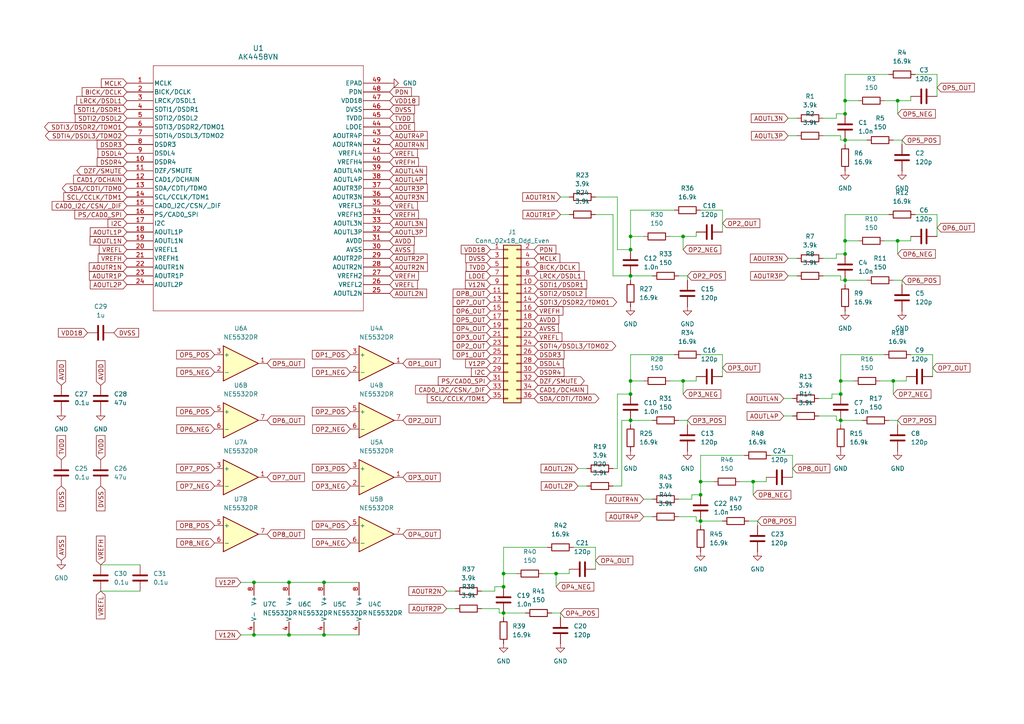
<source format=kicad_sch>
(kicad_sch (version 20231120) (generator "eeschema") (generator_version "8.0")
  (paper "A4")
  (junction (at 245.11 40.64))
  (junction (at 161.29 166.37))
  (junction (at 83.82 168.91))
  (junction (at 243.84 114.3))
  (junction (at 218.44 139.7))
  (junction (at 203.2 151.13))
  (junction (at 259.08 110.49))
  (junction (at 88.9 -36.83))
  (junction (at 243.84 121.92))
  (junction (at 93.98 168.91))
  (junction (at 182.88 80.01))
  (junction (at 83.82 184.15))
  (junction (at 146.05 166.37))
  (junction (at 245.11 81.28))
  (junction (at 182.88 72.39))
  (junction (at 260.35 29.21))
  (junction (at 245.11 33.02))
  (junction (at 182.88 121.92))
  (junction (at 146.05 177.8))
  (junction (at 93.98 184.15))
  (junction (at 182.88 114.3))
  (junction (at 203.2 143.51))
  (junction (at 243.84 110.49))
  (junction (at 182.88 68.58))
  (junction (at 182.88 110.49))
  (junction (at 73.66 168.91))
  (junction (at 104.14 -48.26))
  (junction (at 198.12 68.58))
  (junction (at 260.35 69.85))
  (junction (at 203.2 139.7))
  (junction (at 245.11 73.66))
  (junction (at 88.9 -44.45))
  (junction (at 198.12 110.49))
  (junction (at 88.9 -48.26))
  (junction (at 73.66 184.15))
  (junction (at 245.11 29.21))
  (junction (at 146.05 170.18))
  (junction (at 245.11 69.85))
  (wire (pts (xy 73.66 184.15) (xy 83.82 184.15)))
  (wire (pts (xy 243.84 40.64) (xy 245.11 40.64)))
  (wire (pts (xy 69.85 168.91) (xy 73.66 168.91)))
  (wire (pts (xy 182.88 110.49) (xy 186.69 110.49)))
  (wire (pts (xy 167.64 135.89) (xy 170.18 135.89)))
  (wire (pts (xy 144.78 177.8) (xy 146.05 177.8)))
  (wire (pts (xy 241.3 114.3) (xy 243.84 114.3)))
  (wire (pts (xy 201.93 110.49) (xy 201.93 109.22)))
  (wire (pts (xy 194.31 110.49) (xy 198.12 110.49)))
  (wire (pts (xy 186.69 144.78) (xy 189.23 144.78)))
  (wire (pts (xy 143.51 170.18) (xy 146.05 170.18)))
  (wire (pts (xy 242.57 121.92) (xy 243.84 121.92)))
  (wire (pts (xy 139.7 171.45) (xy 143.51 171.45)))
  (wire (pts (xy 88.9 -55.88) (xy 101.6 -55.88)))
  (wire (pts (xy 261.62 81.28) (xy 259.08 81.28)))
  (wire (pts (xy 228.6 74.93) (xy 231.14 74.93)))
  (wire (pts (xy 143.51 171.45) (xy 143.51 170.18)))
  (wire (pts (xy 146.05 166.37) (xy 149.86 166.37)))
  (wire (pts (xy 219.71 152.4) (xy 219.71 151.13)))
  (wire (pts (xy 198.12 110.49) (xy 198.12 114.3)))
  (wire (pts (xy 238.76 39.37) (xy 243.84 39.37)))
  (wire (pts (xy 218.44 139.7) (xy 218.44 143.51)))
  (wire (pts (xy 93.98 168.91) (xy 104.14 168.91)))
  (wire (pts (xy 260.35 29.21) (xy 260.35 33.02)))
  (wire (pts (xy 198.12 68.58) (xy 198.12 72.39)))
  (wire (pts (xy 245.11 40.64) (xy 251.46 40.64)))
  (wire (pts (xy 242.57 34.29) (xy 242.57 33.02)))
  (wire (pts (xy 199.39 81.28) (xy 199.39 80.01)))
  (wire (pts (xy 243.84 110.49) (xy 243.84 102.87)))
  (wire (pts (xy 245.11 29.21) (xy 245.11 21.59)))
  (wire (pts (xy 182.88 68.58) (xy 186.69 68.58)))
  (wire (pts (xy 177.8 80.01) (xy 182.88 80.01)))
  (wire (pts (xy 214.63 139.7) (xy 218.44 139.7)))
  (wire (pts (xy 245.11 81.28) (xy 251.46 81.28)))
  (wire (pts (xy 223.52 132.08) (xy 229.87 132.08)))
  (wire (pts (xy 238.76 74.93) (xy 242.57 74.93)))
  (wire (pts (xy 180.34 140.97) (xy 180.34 121.92)))
  (wire (pts (xy 262.89 110.49) (xy 262.89 109.22)))
  (wire (pts (xy 209.55 60.96) (xy 209.55 67.31)))
  (wire (pts (xy 260.35 69.85) (xy 264.16 69.85)))
  (wire (pts (xy 228.6 34.29) (xy 231.14 34.29)))
  (wire (pts (xy 201.93 151.13) (xy 203.2 151.13)))
  (wire (pts (xy 261.62 82.55) (xy 261.62 81.28)))
  (wire (pts (xy 167.64 140.97) (xy 170.18 140.97)))
  (wire (pts (xy 166.37 158.75) (xy 172.72 158.75)))
  (wire (pts (xy 201.93 68.58) (xy 201.93 67.31)))
  (wire (pts (xy 265.43 21.59) (xy 271.78 21.59)))
  (wire (pts (xy 146.05 177.8) (xy 152.4 177.8)))
  (wire (pts (xy 199.39 123.19) (xy 199.39 121.92)))
  (wire (pts (xy 260.35 69.85) (xy 260.35 73.66)))
  (wire (pts (xy 264.16 102.87) (xy 270.51 102.87)))
  (wire (pts (xy 222.25 139.7) (xy 222.25 138.43)))
  (wire (pts (xy 228.6 39.37) (xy 231.14 39.37)))
  (wire (pts (xy 182.88 110.49) (xy 182.88 102.87)))
  (wire (pts (xy 129.54 171.45) (xy 132.08 171.45)))
  (wire (pts (xy 72.39 -43.18) (xy 74.93 -43.18)))
  (wire (pts (xy 203.2 132.08) (xy 215.9 132.08)))
  (wire (pts (xy 194.31 68.58) (xy 198.12 68.58)))
  (wire (pts (xy 105.41 -35.56) (xy 105.41 -36.83)))
  (wire (pts (xy 144.78 176.53) (xy 144.78 177.8)))
  (wire (pts (xy 179.07 72.39) (xy 182.88 72.39)))
  (wire (pts (xy 182.88 80.01) (xy 189.23 80.01)))
  (wire (pts (xy 105.41 -36.83) (xy 102.87 -36.83)))
  (wire (pts (xy 29.21 171.45) (xy 40.64 171.45)))
  (wire (pts (xy 259.08 110.49) (xy 259.08 114.3)))
  (wire (pts (xy 243.84 81.28) (xy 245.11 81.28)))
  (wire (pts (xy 256.54 69.85) (xy 260.35 69.85)))
  (wire (pts (xy 243.84 39.37) (xy 243.84 40.64)))
  (wire (pts (xy 243.84 121.92) (xy 243.84 123.19)))
  (wire (pts (xy 129.54 176.53) (xy 132.08 176.53)))
  (wire (pts (xy 93.98 184.15) (xy 104.14 184.15)))
  (wire (pts (xy 107.95 -48.26) (xy 107.95 -49.53)))
  (wire (pts (xy 179.07 57.15) (xy 179.07 72.39)))
  (wire (pts (xy 146.05 177.8) (xy 146.05 179.07)))
  (wire (pts (xy 87.63 -36.83) (xy 88.9 -36.83)))
  (wire (pts (xy 172.72 158.75) (xy 172.72 165.1)))
  (wire (pts (xy 100.33 -48.26) (xy 104.14 -48.26)))
  (wire (pts (xy 69.85 184.15) (xy 73.66 184.15)))
  (wire (pts (xy 245.11 81.28) (xy 245.11 82.55)))
  (wire (pts (xy 88.9 -44.45) (xy 88.9 -48.26)))
  (wire (pts (xy 182.88 121.92) (xy 189.23 121.92)))
  (wire (pts (xy 245.11 73.66) (xy 245.11 69.85)))
  (wire (pts (xy 83.82 168.91) (xy 93.98 168.91)))
  (wire (pts (xy 265.43 62.23) (xy 271.78 62.23)))
  (wire (pts (xy 238.76 34.29) (xy 242.57 34.29)))
  (wire (pts (xy 182.88 121.92) (xy 182.88 123.19)))
  (wire (pts (xy 177.8 135.89) (xy 179.07 135.89)))
  (wire (pts (xy 242.57 120.65) (xy 242.57 121.92)))
  (wire (pts (xy 238.76 80.01) (xy 243.84 80.01)))
  (wire (pts (xy 86.36 -44.45) (xy 88.9 -44.45)))
  (wire (pts (xy 200.66 144.78) (xy 200.66 143.51)))
  (wire (pts (xy 196.85 144.78) (xy 200.66 144.78)))
  (wire (pts (xy 271.78 21.59) (xy 271.78 27.94)))
  (wire (pts (xy 162.56 62.23) (xy 165.1 62.23)))
  (wire (pts (xy 146.05 170.18) (xy 146.05 166.37)))
  (wire (pts (xy 179.07 135.89) (xy 179.07 114.3)))
  (wire (pts (xy 260.35 123.19) (xy 260.35 121.92)))
  (wire (pts (xy 172.72 62.23) (xy 177.8 62.23)))
  (wire (pts (xy 203.2 143.51) (xy 203.2 139.7)))
  (wire (pts (xy 264.16 69.85) (xy 264.16 68.58)))
  (wire (pts (xy 172.72 57.15) (xy 179.07 57.15)))
  (wire (pts (xy 88.9 -36.83) (xy 88.9 -35.56)))
  (wire (pts (xy 241.3 115.57) (xy 241.3 114.3)))
  (wire (pts (xy 162.56 57.15) (xy 165.1 57.15)))
  (wire (pts (xy 245.11 62.23) (xy 257.81 62.23)))
  (wire (pts (xy 161.29 166.37) (xy 165.1 166.37)))
  (wire (pts (xy 259.08 110.49) (xy 262.89 110.49)))
  (wire (pts (xy 186.69 149.86) (xy 189.23 149.86)))
  (wire (pts (xy 228.6 80.01) (xy 231.14 80.01)))
  (wire (pts (xy 245.11 29.21) (xy 248.92 29.21)))
  (wire (pts (xy 203.2 151.13) (xy 209.55 151.13)))
  (wire (pts (xy 88.9 -48.26) (xy 88.9 -55.88)))
  (wire (pts (xy 242.57 74.93) (xy 242.57 73.66)))
  (wire (pts (xy 256.54 29.21) (xy 260.35 29.21)))
  (wire (pts (xy 182.88 68.58) (xy 182.88 60.96)))
  (wire (pts (xy 242.57 33.02) (xy 245.11 33.02)))
  (wire (pts (xy 227.33 120.65) (xy 229.87 120.65)))
  (wire (pts (xy 29.21 163.83) (xy 40.64 163.83)))
  (wire (pts (xy 88.9 -36.83) (xy 95.25 -36.83)))
  (wire (pts (xy 264.16 29.21) (xy 264.16 27.94)))
  (wire (pts (xy 271.78 62.23) (xy 271.78 68.58)))
  (wire (pts (xy 255.27 110.49) (xy 259.08 110.49)))
  (wire (pts (xy 177.8 140.97) (xy 180.34 140.97)))
  (wire (pts (xy 182.88 60.96) (xy 195.58 60.96)))
  (wire (pts (xy 82.55 -38.1) (xy 87.63 -38.1)))
  (wire (pts (xy 245.11 40.64) (xy 245.11 41.91)))
  (wire (pts (xy 104.14 -48.26) (xy 107.95 -48.26)))
  (wire (pts (xy 227.33 115.57) (xy 229.87 115.57)))
  (wire (pts (xy 203.2 102.87) (xy 209.55 102.87)))
  (wire (pts (xy 82.55 -43.18) (xy 86.36 -43.18)))
  (wire (pts (xy 196.85 149.86) (xy 201.93 149.86)))
  (wire (pts (xy 242.57 73.66) (xy 245.11 73.66)))
  (wire (pts (xy 139.7 176.53) (xy 144.78 176.53)))
  (wire (pts (xy 72.39 -38.1) (xy 74.93 -38.1)))
  (wire (pts (xy 88.9 -48.26) (xy 92.71 -48.26)))
  (wire (pts (xy 146.05 158.75) (xy 158.75 158.75)))
  (wire (pts (xy 203.2 151.13) (xy 203.2 152.4)))
  (wire (pts (xy 182.88 102.87) (xy 195.58 102.87)))
  (wire (pts (xy 243.84 114.3) (xy 243.84 110.49)))
  (wire (pts (xy 162.56 177.8) (xy 160.02 177.8)))
  (wire (pts (xy 203.2 139.7) (xy 203.2 132.08)))
  (wire (pts (xy 200.66 143.51) (xy 203.2 143.51)))
  (wire (pts (xy 179.07 114.3) (xy 182.88 114.3)))
  (wire (pts (xy 261.62 40.64) (xy 259.08 40.64)))
  (wire (pts (xy 177.8 62.23) (xy 177.8 80.01)))
  (wire (pts (xy 243.84 80.01) (xy 243.84 81.28)))
  (wire (pts (xy 201.93 149.86) (xy 201.93 151.13)))
  (wire (pts (xy 199.39 80.01) (xy 196.85 80.01)))
  (wire (pts (xy 86.36 -43.18) (xy 86.36 -44.45)))
  (wire (pts (xy 260.35 29.21) (xy 264.16 29.21)))
  (wire (pts (xy 199.39 121.92) (xy 196.85 121.92)))
  (wire (pts (xy 87.63 -38.1) (xy 87.63 -36.83)))
  (wire (pts (xy 165.1 166.37) (xy 165.1 165.1)))
  (wire (pts (xy 209.55 102.87) (xy 209.55 109.22)))
  (wire (pts (xy 182.88 114.3) (xy 182.88 110.49)))
  (wire (pts (xy 245.11 69.85) (xy 245.11 62.23)))
  (wire (pts (xy 243.84 110.49) (xy 247.65 110.49)))
  (wire (pts (xy 73.66 168.91) (xy 83.82 168.91)))
  (wire (pts (xy 198.12 110.49) (xy 201.93 110.49)))
  (wire (pts (xy 203.2 139.7) (xy 207.01 139.7)))
  (wire (pts (xy 198.12 68.58) (xy 201.93 68.58)))
  (wire (pts (xy 161.29 166.37) (xy 161.29 170.18)))
  (wire (pts (xy 162.56 179.07) (xy 162.56 177.8)))
  (wire (pts (xy 245.11 21.59) (xy 257.81 21.59)))
  (wire (pts (xy 270.51 102.87) (xy 270.51 109.22)))
  (wire (pts (xy 261.62 41.91) (xy 261.62 40.64)))
  (wire (pts (xy 180.34 121.92) (xy 182.88 121.92)))
  (wire (pts (xy 115.57 -55.88) (xy 115.57 -49.53)))
  (wire (pts (xy 237.49 115.57) (xy 241.3 115.57)))
  (wire (pts (xy 245.11 33.02) (xy 245.11 29.21)))
  (wire (pts (xy 245.11 69.85) (xy 248.92 69.85)))
  (wire (pts (xy 157.48 166.37) (xy 161.29 166.37)))
  (wire (pts (xy 109.22 -55.88) (xy 115.57 -55.88)))
  (wire (pts (xy 237.49 120.65) (xy 242.57 120.65)))
  (wire (pts (xy 146.05 166.37) (xy 146.05 158.75)))
  (wire (pts (xy 83.82 184.15) (xy 93.98 184.15)))
  (wire (pts (xy 203.2 60.96) (xy 209.55 60.96)))
  (wire (pts (xy 260.35 121.92) (xy 257.81 121.92)))
  (wire (pts (xy 229.87 132.08) (xy 229.87 138.43)))
  (wire (pts (xy 219.71 151.13) (xy 217.17 151.13)))
  (wire (pts (xy 104.14 -48.26) (xy 104.14 -44.45)))
  (wire (pts (xy 243.84 102.87) (xy 256.54 102.87)))
  (wire (pts (xy 182.88 80.01) (xy 182.88 81.28)))
  (wire (pts (xy 218.44 139.7) (xy 222.25 139.7)))
  (wire (pts (xy 182.88 72.39) (xy 182.88 68.58)))
  (wire (pts (xy 243.84 121.92) (xy 250.19 121.92)))
  (global_label "BICK/DCLK" (shape input) (at 36.83 26.67 180) (property "Intersheetrefs" "${INTERSHEET_REFS}" (effects (hide yes))))
  (global_label "AOUTR1N" (shape input) (at 162.56 57.15 180) (property "Intersheetrefs" "${INTERSHEET_REFS}" (effects (hide yes))))
  (global_label "AVSS" (shape input) (at 154.94 95.25 0) (property "Intersheetrefs" "${INTERSHEET_REFS}" (effects (hide yes))))
  (global_label "CAD1/DCHAIN" (shape input) (at 36.83 52.07 180) (property "Intersheetrefs" "${INTERSHEET_REFS}" (effects (hide yes))))
  (global_label "OP5_OUT" (shape input) (at 142.24 92.71 180) (property "Intersheetrefs" "${INTERSHEET_REFS}" (effects (hide yes))))
  (global_label "AOUTR2P" (shape input) (at 129.54 176.53 180) (property "Intersheetrefs" "${INTERSHEET_REFS}" (effects (hide yes))))
  (global_label "AOUTL1N" (shape input) (at 72.39 -43.18 180) (property "Intersheetrefs" "${INTERSHEET_REFS}" (effects (hide yes))))
  (global_label "OP3_OUT" (shape input) (at 209.55 106.68 0) (property "Intersheetrefs" "${INTERSHEET_REFS}" (effects (hide yes))))
  (global_label "OP1_NEG" (shape input) (at 101.6 107.95 180) (property "Intersheetrefs" "${INTERSHEET_REFS}" (effects (hide yes))))
  (global_label "AOUTR2N" (shape input) (at 129.54 171.45 180) (property "Intersheetrefs" "${INTERSHEET_REFS}" (effects (hide yes))))
  (global_label "OP7_OUT" (shape input) (at 270.51 106.68 0) (property "Intersheetrefs" "${INTERSHEET_REFS}" (effects (hide yes))))
  (global_label "OP6_POS" (shape input) (at 261.62 81.28 0) (property "Intersheetrefs" "${INTERSHEET_REFS}" (effects (hide yes))))
  (global_label "SCL/CCLK/TDM1" (shape input) (at 142.24 115.57 180) (property "Intersheetrefs" "${INTERSHEET_REFS}" (effects (hide yes))))
  (global_label "OP8_OUT" (shape input) (at 142.24 85.09 180) (property "Intersheetrefs" "${INTERSHEET_REFS}" (effects (hide yes))))
  (global_label "OP5_NEG" (shape input) (at 260.35 33.02 0) (property "Intersheetrefs" "${INTERSHEET_REFS}" (effects (hide yes))))
  (global_label "OP5_NEG" (shape input) (at 62.23 107.95 180) (property "Intersheetrefs" "${INTERSHEET_REFS}" (effects (hide yes))))
  (global_label "OP3_OUT" (shape input) (at 142.24 97.79 180) (property "Intersheetrefs" "${INTERSHEET_REFS}" (effects (hide yes))))
  (global_label "DSDL4" (shape input) (at 154.94 105.41 0) (property "Intersheetrefs" "${INTERSHEET_REFS}" (effects (hide yes))))
  (global_label "I2C" (shape input) (at 142.24 107.95 180) (property "Intersheetrefs" "${INTERSHEET_REFS}" (effects (hide yes))))
  (global_label "OP7_POS" (shape input) (at 62.23 135.89 180) (property "Intersheetrefs" "${INTERSHEET_REFS}" (effects (hide yes))))
  (global_label "OP8_OUT" (shape input) (at 229.87 135.89 0) (property "Intersheetrefs" "${INTERSHEET_REFS}" (effects (hide yes))))
  (global_label "AOUTR1P" (shape input) (at 162.56 62.23 180) (property "Intersheetrefs" "${INTERSHEET_REFS}" (effects (hide yes))))
  (global_label "OP4_NEG" (shape input) (at 161.29 170.18 0) (property "Intersheetrefs" "${INTERSHEET_REFS}" (effects (hide yes))))
  (global_label "OP8_NEG" (shape input) (at 62.23 157.48 180) (property "Intersheetrefs" "${INTERSHEET_REFS}" (effects (hide yes))))
  (global_label "AVDD" (shape input) (at 154.94 92.71 0) (property "Intersheetrefs" "${INTERSHEET_REFS}" (effects (hide yes))))
  (global_label "AVDD" (shape input) (at 17.78 111.76 90) (property "Intersheetrefs" "${INTERSHEET_REFS}" (effects (hide yes))))
  (global_label "CAD1/DCHAIN" (shape input) (at 154.94 113.03 0) (property "Intersheetrefs" "${INTERSHEET_REFS}" (effects (hide yes))))
  (global_label "OP2_OUT" (shape input) (at 209.55 64.77 0) (property "Intersheetrefs" "${INTERSHEET_REFS}" (effects (hide yes))))
  (global_label "AOUTR3P" (shape input) (at 113.03 54.61 0) (property "Intersheetrefs" "${INTERSHEET_REFS}" (effects (hide yes))))
  (global_label "AOUTL3P" (shape input) (at 113.03 67.31 0) (property "Intersheetrefs" "${INTERSHEET_REFS}" (effects (hide yes))))
  (global_label "VREFL" (shape input) (at 113.03 59.69 0) (property "Intersheetrefs" "${INTERSHEET_REFS}" (effects (hide yes))))
  (global_label "SCL/CCLK/TDM1" (shape input) (at 36.83 57.15 180) (property "Intersheetrefs" "${INTERSHEET_REFS}" (effects (hide yes))))
  (global_label "AVDD" (shape input) (at 29.21 111.76 90) (property "Intersheetrefs" "${INTERSHEET_REFS}" (effects (hide yes))))
  (global_label "TVDD" (shape input) (at 142.24 77.47 180) (property "Intersheetrefs" "${INTERSHEET_REFS}" (effects (hide yes))))
  (global_label "OP2_POS" (shape input) (at 199.39 80.01 0) (property "Intersheetrefs" "${INTERSHEET_REFS}" (effects (hide yes))))
  (global_label "TVDD" (shape input) (at 29.21 133.35 90) (property "Intersheetrefs" "${INTERSHEET_REFS}" (effects (hide yes))))
  (global_label "OP4_OUT" (shape input) (at 172.72 162.56 0) (property "Intersheetrefs" "${INTERSHEET_REFS}" (effects (hide yes))))
  (global_label "OP8_OUT" (shape input) (at 77.47 154.94 0) (property "Intersheetrefs" "${INTERSHEET_REFS}" (effects (hide yes))))
  (global_label "OP7_POS" (shape input) (at 260.35 121.92 0) (property "Intersheetrefs" "${INTERSHEET_REFS}" (effects (hide yes))))
  (global_label "OP4_POS" (shape input) (at 101.6 152.4 180) (property "Intersheetrefs" "${INTERSHEET_REFS}" (effects (hide yes))))
  (global_label "OP8_POS" (shape input) (at 62.23 152.4 180) (property "Intersheetrefs" "${INTERSHEET_REFS}" (effects (hide yes))))
  (global_label "PDN" (shape input) (at 154.94 72.39 0) (property "Intersheetrefs" "${INTERSHEET_REFS}" (effects (hide yes))))
  (global_label "AVSS" (shape input) (at 113.03 72.39 0) (property "Intersheetrefs" "${INTERSHEET_REFS}" (effects (hide yes))))
  (global_label "AOUTL2N" (shape input) (at 113.03 85.09 0) (property "Intersheetrefs" "${INTERSHEET_REFS}" (effects (hide yes))))
  (global_label "I2C" (shape input) (at 36.83 64.77 180) (property "Intersheetrefs" "${INTERSHEET_REFS}" (effects (hide yes))))
  (global_label "SDTI2/DSDL2" (shape input) (at 154.94 85.09 0) (property "Intersheetrefs" "${INTERSHEET_REFS}" (effects (hide yes))))
  (global_label "SDTI3/DSDR2/TDMO1" (shape bidirectional) (at 36.83 36.83 180) (property "Intersheetrefs" "${INTERSHEET_REFS}" (effects (hide yes))))
  (global_label "OP7_OUT" (shape input) (at 77.47 138.43 0) (property "Intersheetrefs" "${INTERSHEET_REFS}" (effects (hide yes))))
  (global_label "OP4_OUT" (shape input) (at 116.84 154.94 0) (property "Intersheetrefs" "${INTERSHEET_REFS}" (effects (hide yes))))
  (global_label "AOUTR3P" (shape input) (at 228.6 80.01 180) (property "Intersheetrefs" "${INTERSHEET_REFS}" (effects (hide yes))))
  (global_label "OP1_OUT" (shape input) (at 115.57 -52.07 0) (property "Intersheetrefs" "${INTERSHEET_REFS}" (effects (hide yes))))
  (global_label "V12N" (shape input) (at 69.85 184.15 180) (property "Intersheetrefs" "${INTERSHEET_REFS}" (effects (hide yes))))
  (global_label "OP6_OUT" (shape input) (at 142.24 90.17 180) (property "Intersheetrefs" "${INTERSHEET_REFS}" (effects (hide yes))))
  (global_label "OP8_NEG" (shape input) (at 218.44 143.51 0) (property "Intersheetrefs" "${INTERSHEET_REFS}" (effects (hide yes))))
  (global_label "AOUTL2P" (shape input) (at 167.64 140.97 180) (property "Intersheetrefs" "${INTERSHEET_REFS}" (effects (hide yes))))
  (global_label "AVDD" (shape input) (at 113.03 69.85 0) (property "Intersheetrefs" "${INTERSHEET_REFS}" (effects (hide yes))))
  (global_label "LDOE" (shape input) (at 113.03 36.83 0) (property "Intersheetrefs" "${INTERSHEET_REFS}" (effects (hide yes))))
  (global_label "OP2_OUT" (shape input) (at 142.24 100.33 180) (property "Intersheetrefs" "${INTERSHEET_REFS}" (effects (hide yes))))
  (global_label "VREFL" (shape input) (at 36.83 72.39 180) (property "Intersheetrefs" "${INTERSHEET_REFS}" (effects (hide yes))))
  (global_label "BICK/DCLK" (shape input) (at 154.94 77.47 0) (property "Intersheetrefs" "${INTERSHEET_REFS}" (effects (hide yes))))
  (global_label "AOUTR4N" (shape input) (at 186.69 144.78 180) (property "Intersheetrefs" "${INTERSHEET_REFS}" (effects (hide yes))))
  (global_label "AOUTR1N" (shape input) (at 36.83 77.47 180) (property "Intersheetrefs" "${INTERSHEET_REFS}" (effects (hide yes))))
  (global_label "OP5_OUT" (shape input) (at 271.78 25.4 0) (property "Intersheetrefs" "${INTERSHEET_REFS}" (effects (hide yes))))
  (global_label "OP5_POS" (shape input) (at 261.62 40.64 0) (property "Intersheetrefs" "${INTERSHEET_REFS}" (effects (hide yes))))
  (global_label "OP2_POS" (shape input) (at 101.6 119.38 180) (property "Intersheetrefs" "${INTERSHEET_REFS}" (effects (hide yes))))
  (global_label "OP3_POS" (shape input) (at 101.6 135.89 180) (property "Intersheetrefs" "${INTERSHEET_REFS}" (effects (hide yes))))
  (global_label "OP5_OUT" (shape input) (at 77.47 105.41 0) (property "Intersheetrefs" "${INTERSHEET_REFS}" (effects (hide yes))))
  (global_label "AOUTR4N" (shape input) (at 113.03 41.91 0) (property "Intersheetrefs" "${INTERSHEET_REFS}" (effects (hide yes))))
  (global_label "AOUTL4P" (shape input) (at 113.03 52.07 0) (property "Intersheetrefs" "${INTERSHEET_REFS}" (effects (hide yes))))
  (global_label "OP4_POS" (shape input) (at 162.56 177.8 0) (property "Intersheetrefs" "${INTERSHEET_REFS}" (effects (hide yes))))
  (global_label "DZF/SMUTE" (shape bidirectional) (at 154.94 110.49 0) (property "Intersheetrefs" "${INTERSHEET_REFS}" (effects (hide yes))))
  (global_label "SDA/CDTI/TDM0" (shape bidirectional) (at 154.94 115.57 0) (property "Intersheetrefs" "${INTERSHEET_REFS}" (effects (hide yes))))
  (global_label "VREFH" (shape input) (at 113.03 46.99 0) (property "Intersheetrefs" "${INTERSHEET_REFS}" (effects (hide yes))))
  (global_label "SDTI1/DSDR1" (shape input) (at 36.83 31.75 180) (property "Intersheetrefs" "${INTERSHEET_REFS}" (effects (hide yes))))
  (global_label "OP7_NEG" (shape input) (at 259.08 114.3 0) (property "Intersheetrefs" "${INTERSHEET_REFS}" (effects (hide yes))))
  (global_label "VREFH" (shape input) (at 113.03 62.23 0) (property "Intersheetrefs" "${INTERSHEET_REFS}" (effects (hide yes))))
  (global_label "OP6_OUT" (shape input) (at 271.78 66.04 0) (property "Intersheetrefs" "${INTERSHEET_REFS}" (effects (hide yes))))
  (global_label "OP1_POS" (shape input) (at 105.41 -36.83 0) (property "Intersheetrefs" "${INTERSHEET_REFS}" (effects (hide yes))))
  (global_label "SDTI1/DSDR1" (shape input) (at 154.94 82.55 0) (property "Intersheetrefs" "${INTERSHEET_REFS}" (effects (hide yes))))
  (global_label "CAD0_I2C/CSN/_DIF" (shape input) (at 142.24 113.03 180) (property "Intersheetrefs" "${INTERSHEET_REFS}" (effects (hide yes))))
  (global_label "OP1_OUT" (shape input) (at 116.84 105.41 0) (property "Intersheetrefs" "${INTERSHEET_REFS}" (effects (hide yes))))
  (global_label "LDOE" (shape input) (at 142.24 80.01 180) (property "Intersheetrefs" "${INTERSHEET_REFS}" (effects (hide yes))))
  (global_label "V12P" (shape input) (at 69.85 168.91 180) (property "Intersheetrefs" "${INTERSHEET_REFS}" (effects (hide yes))))
  (global_label "AOUTR2P" (shape input) (at 113.03 74.93 0) (property "Intersheetrefs" "${INTERSHEET_REFS}" (effects (hide yes))))
  (global_label "DVSS" (shape input) (at 17.78 140.97 270) (property "Intersheetrefs" "${INTERSHEET_REFS}" (effects (hide yes))))
  (global_label "AOUTR4P" (shape input) (at 113.03 39.37 0) (property "Intersheetrefs" "${INTERSHEET_REFS}" (effects (hide yes))))
  (global_label "AOUTL1P" (shape input) (at 72.39 -38.1 180) (property "Intersheetrefs" "${INTERSHEET_REFS}" (effects (hide yes))))
  (global_label "AOUTR1P" (shape input) (at 36.83 80.01 180) (property "Intersheetrefs" "${INTERSHEET_REFS}" (effects (hide yes))))
  (global_label "AOUTL3N" (shape input) (at 228.6 34.29 180) (property "Intersheetrefs" "${INTERSHEET_REFS}" (effects (hide yes))))
  (global_label "AOUTR2N" (shape input) (at 113.03 77.47 0) (property "Intersheetrefs" "${INTERSHEET_REFS}" (effects (hide yes))))
  (global_label "OP2_OUT" (shape input) (at 116.84 121.92 0) (property "Intersheetrefs" "${INTERSHEET_REFS}" (effects (hide yes))))
  (global_label "VREFL" (shape input) (at 113.03 82.55 0) (property "Intersheetrefs" "${INTERSHEET_REFS}" (effects (hide yes))))
  (global_label "OP6_OUT" (shape input) (at 77.47 121.92 0) (property "Intersheetrefs" "${INTERSHEET_REFS}" (effects (hide yes))))
  (global_label "SDA/CDTI/TDM0" (shape bidirectional) (at 36.83 54.61 180) (property "Intersheetrefs" "${INTERSHEET_REFS}" (effects (hide yes))))
  (global_label "AOUTL1P" (shape input) (at 36.83 67.31 180) (property "Intersheetrefs" "${INTERSHEET_REFS}" (effects (hide yes))))
  (global_label "OP2_NEG" (shape input) (at 101.6 124.46 180) (property "Intersheetrefs" "${INTERSHEET_REFS}" (effects (hide yes))))
  (global_label "PS/CAD0_SPI" (shape input) (at 36.83 62.23 180) (property "Intersheetrefs" "${INTERSHEET_REFS}" (effects (hide yes))))
  (global_label "DSDR3" (shape input) (at 36.83 41.91 180) (property "Intersheetrefs" "${INTERSHEET_REFS}" (effects (hide yes))))
  (global_label "SDTI3/DSDR2/TDMO1" (shape bidirectional) (at 154.94 87.63 0) (property "Intersheetrefs" "${INTERSHEET_REFS}" (effects (hide yes))))
  (global_label "DVSS" (shape input) (at 142.24 74.93 180) (property "Intersheetrefs" "${INTERSHEET_REFS}" (effects (hide yes))))
  (global_label "VDD18" (shape input) (at 142.24 72.39 180) (property "Intersheetrefs" "${INTERSHEET_REFS}" (effects (hide yes))))
  (global_label "VREFH" (shape input) (at 29.21 163.83 90) (property "Intersheetrefs" "${INTERSHEET_REFS}" (effects (hide yes))))
  (global_label "AOUTL4P" (shape input) (at 227.33 120.65 180) (property "Intersheetrefs" "${INTERSHEET_REFS}" (effects (hide yes))))
  (global_label "DVSS" (shape input) (at 113.03 31.75 0) (property "Intersheetrefs" "${INTERSHEET_REFS}" (effects (hide yes))))
  (global_label "AOUTR3N" (shape input) (at 113.03 57.15 0) (property "Intersheetrefs" "${INTERSHEET_REFS}" (effects (hide yes))))
  (global_label "VREFH" (shape input) (at 36.83 74.93 180) (property "Intersheetrefs" "${INTERSHEET_REFS}" (effects (hide yes))))
  (global_label "PS/CAD0_SPI" (shape input) (at 142.24 110.49 180) (property "Intersheetrefs" "${INTERSHEET_REFS}" (effects (hide yes))))
  (global_label "SDTI4/DSDL3/TDMO2" (shape bidirectional) (at 154.94 100.33 0) (property "Intersheetrefs" "${INTERSHEET_REFS}" (effects (hide yes))))
  (global_label "LRCK/DSDL1" (shape input) (at 154.94 80.01 0) (property "Intersheetrefs" "${INTERSHEET_REFS}" (effects (hide yes))))
  (global_label "DVSS" (shape input) (at 33.02 96.52 0) (property "Intersheetrefs" "${INTERSHEET_REFS}" (effects (hide yes))))
  (global_label "SDTI2/DSDL2" (shape input) (at 36.83 34.29 180) (property "Intersheetrefs" "${INTERSHEET_REFS}" (effects (hide yes))))
  (global_label "AOUTL1N" (shape input) (at 36.83 69.85 180) (property "Intersheetrefs" "${INTERSHEET_REFS}" (effects (hide yes))))
  (global_label "V12P" (shape input) (at 142.24 105.41 180) (property "Intersheetrefs" "${INTERSHEET_REFS}" (effects (hide yes))))
  (global_label "AOUTL2N" (shape input) (at 167.64 135.89 180) (property "Intersheetrefs" "${INTERSHEET_REFS}" (effects (hide yes))))
  (global_label "AOUTL3P" (shape input) (at 228.6 39.37 180) (property "Intersheetrefs" "${INTERSHEET_REFS}" (effects (hide yes))))
  (global_label "OP1_POS" (shape input) (at 101.6 102.87 180) (property "Intersheetrefs" "${INTERSHEET_REFS}" (effects (hide yes))))
  (global_label "OP1_OUT" (shape input) (at 142.24 102.87 180) (property "Intersheetrefs" "${INTERSHEET_REFS}" (effects (hide yes))))
  (global_label "VDD18" (shape input) (at 25.4 96.52 180) (property "Intersheetrefs" "${INTERSHEET_REFS}" (effects (hide yes))))
  (global_label "OP1_NEG" (shape input) (at 104.14 -44.45 0) (property "Intersheetrefs" "${INTERSHEET_REFS}" (effects (hide yes))))
  (global_label "OP6_NEG" (shape input) (at 260.35 73.66 0) (property "Intersheetrefs" "${INTERSHEET_REFS}" (effects (hide yes))))
  (global_label "AOUTL4N" (shape input) (at 227.33 115.57 180) (property "Intersheetrefs" "${INTERSHEET_REFS}" (effects (hide yes))))
  (global_label "DZF/SMUTE" (shape bidirectional) (at 36.83 49.53 180) (property "Intersheetrefs" "${INTERSHEET_REFS}" (effects (hide yes))))
  (global_label "VREFH" (shape input) (at 113.03 80.01 0) (property "Intersheetrefs" "${INTERSHEET_REFS}" (effects (hide yes))))
  (global_label "LRCK/DSDL1" (shape input) (at 36.83 29.21 180) (property "Intersheetrefs" "${INTERSHEET_REFS}" (effects (hide yes))))
  (global_label "OP3_NEG" (shape input) (at 198.12 114.3 0) (property "Intersheetrefs" "${INTERSHEET_REFS}" (effects (hide yes))))
  (global_label "OP3_POS" (shape input) (at 199.39 121.92 0) (property "Intersheetrefs" "${INTERSHEET_REFS}" (effects (hide yes))))
  (global_label "AOUTR3N" (shape input) (at 228.6 74.93 180) (property "Intersheetrefs" "${INTERSHEET_REFS}" (effects (hide yes))))
  (global_label "OP8_POS" (shape input) (at 219.71 151.13 0) (property "Intersheetrefs" "${INTERSHEET_REFS}" (effects (hide yes))))
  (global_label "PDN" (shape input) (at 113.03 26.67 0) (property "Intersheetrefs" "${INTERSHEET_REFS}" (effects (hide yes))))
  (global_label "OP6_POS" (shape input) (at 62.23 119.38 180) (property "Intersheetrefs" "${INTERSHEET_REFS}" (effects (hide yes))))
  (global_label "OP7_OUT" (shape input) (at 142.24 87.63 180) (property "Intersheetrefs" "${INTERSHEET_REFS}" (effects (hide yes))))
  (global_label "DVSS" (shape input) (at 29.21 140.97 270) (property "Intersheetrefs" "${INTERSHEET_REFS}" (effects (hide yes))))
  (global_label "SDTI4/DSDL3/TDMO2" (shape bidirectional) (at 36.83 39.37 180) (property "Intersheetrefs" "${INTERSHEET_REFS}" (effects (hide yes))))
  (global_label "DSDR4" (shape input) (at 154.94 107.95 0) (property "Intersheetrefs" "${INTERSHEET_REFS}" (effects (hide yes))))
  (global_label "DSDL4" (shape input) (at 36.83 44.45 180) (property "Intersheetrefs" "${INTERSHEET_REFS}" (effects (hide yes))))
  (global_label "AOUTR4P" (shape input) (at 186.69 149.86 180) (property "Intersheetrefs" "${INTERSHEET_REFS}" (effects (hide yes))))
  (global_label "OP3_OUT" (shape input) (at 116.84 138.43 0) (property "Intersheetrefs" "${INTERSHEET_REFS}" (effects (hide yes))))
  (global_label "VREFL" (shape input) (at 29.21 171.45 270) (property "Intersheetrefs" "${INTERSHEET_REFS}" (effects (hide yes))))
  (global_label "OP7_NEG" (shape input) (at 62.23 140.97 180) (property "Intersheetrefs" "${INTERSHEET_REFS}" (effects (hide yes))))
  (global_label "OP4_OUT" (shape input) (at 142.24 95.25 180) (property "Intersheetrefs" "${INTERSHEET_REFS}" (effects (hide yes))))
  (global_label "OP5_POS" (shape input) (at 62.23 102.87 180) (property "Intersheetrefs" "${INTERSHEET_REFS}" (effects (hide yes))))
  (global_label "MCLK" (shape input) (at 36.83 24.13 180) (property "Intersheetrefs" "${INTERSHEET_REFS}" (effects (hide yes))))
  (global_label "DSDR4" (shape input) (at 36.83 46.99 180) (property "Intersheetrefs" "${INTERSHEET_REFS}" (effects (hide yes))))
  (global_label "VREFL" (shape input) (at 154.94 97.79 0) (property "Intersheetrefs" "${INTERSHEET_REFS}" (effects (hide yes))))
  (global_label "VREFH" (shape input) (at 154.94 90.17 0) (property "Intersheetrefs" "${INTERSHEET_REFS}" (effects (hide yes))))
  (global_label "VREFL" (shape input) (at 113.03 44.45 0) (property "Intersheetrefs" "${INTERSHEET_REFS}" (effects (hide yes))))
  (global_label "TVDD" (shape input) (at 17.78 133.35 90) (property "Intersheetrefs" "${INTERSHEET_REFS}" (effects (hide yes))))
  (global_label "OP6_NEG" (shape input) (at 62.23 124.46 180) (property "Intersheetrefs" "${INTERSHEET_REFS}" (effects (hide yes))))
  (global_label "V12N" (shape input) (at 142.24 82.55 180) (property "Intersheetrefs" "${INTERSHEET_REFS}" (effects (hide yes))))
  (global_label "AOUTL4N" (shape input) (at 113.03 49.53 0) (property "Intersheetrefs" "${INTERSHEET_REFS}" (effects (hide yes))))
  (global_label "VDD18" (shape input) (at 113.03 29.21 0) (property "Intersheetrefs" "${INTERSHEET_REFS}" (effects (hide yes))))
  (global_label "CAD0_I2C/CSN/_DIF" (shape input) (at 36.83 59.69 180) (property "Intersheetrefs" "${INTERSHEET_REFS}" (effects (hide yes))))
  (global_label "OP4_NEG" (shape input) (at 101.6 157.48 180) (property "Intersheetrefs" "${INTERSHEET_REFS}" (effects (hide yes))))
  (global_label "AVSS" (shape input) (at 17.78 162.56 90) (property "Intersheetrefs" "${INTERSHEET_REFS}" (effects (hide yes))))
  (global_label "AOUTL3N" (shape input) (at 113.03 64.77 0) (property "Intersheetrefs" "${INTERSHEET_REFS}" (effects (hide yes))))
  (global_label "MCLK" (shape input) (at 154.94 74.93 0) (property "Intersheetrefs" "${INTERSHEET_REFS}" (effects (hide yes))))
  (global_label "OP3_NEG" (shape input) (at 101.6 140.97 180) (property "Intersheetrefs" "${INTERSHEET_REFS}" (effects (hide yes))))
  (global_label "DSDR3" (shape input) (at 154.94 102.87 0) (property "Intersheetrefs" "${INTERSHEET_REFS}" (effects (hide yes))))
  (global_label "AOUTL2P" (shape input) (at 36.83 82.55 180) (property "Intersheetrefs" "${INTERSHEET_REFS}" (effects (hide yes))))
  (global_label "OP2_NEG" (shape input) (at 198.12 72.39 0) (property "Intersheetrefs" "${INTERSHEET_REFS}" (effects (hide yes))))
  (global_label "TVDD" (shape input) (at 113.03 34.29 0) (property "Intersheetrefs" "${INTERSHEET_REFS}" (effects (hide yes))))
  (symbol (lib_id "Device:R") (at 135.89 176.53 90) (unit 1)
    (property "Reference" "R38" (at 135.89 170.18 90))
    (property "Value" "3.9k" (at 135.89 172.72 90))
    (property "Footprint" "Resistor_SMD:R_0805_2012Metric" (effects (hide yes)))
    (property "Description" "Resistor" (effects (hide yes)))
  )
  (symbol (lib_id "Device:R") (at 255.27 40.64 90) (unit 1)
    (property "Reference" "R5" (at 255.27 34.29 90))
    (property "Value" "150" (at 255.27 36.83 90))
    (property "Footprint" "Resistor_SMD:R_0805_2012Metric" (effects (hide yes)))
    (property "Description" "Resistor" (effects (hide yes)))
  )
  (symbol (lib_id "Device:R") (at 168.91 62.23 90) (unit 1)
    (property "Reference" "R24" (at 168.91 55.88 90))
    (property "Value" "3.9k" (at 168.91 58.42 90))
    (property "Footprint" "Resistor_SMD:R_0805_2012Metric" (effects (hide yes)))
    (property "Description" "Resistor" (effects (hide yes)))
  )
  (symbol (lib_id "Device:C") (at 260.35 127 0) (unit 1)
    (property "Reference" "C8" (at 264.16 125.7299 0) (effects (justify left)))
    (property "Value" "120p" (at 264.16 128.2699 0) (effects (justify left)))
    (property "Footprint" "Capacitor_SMD:C_0603_1608Metric" (effects (hide yes)))
    (property "Description" "Unpolarized capacitor" (effects (hide yes)))
  )
  (symbol (lib_id "power:GND") (at 199.39 88.9 0) (unit 1)
    (property "Reference" "#PWR013" (effects (hide yes)))
    (property "Value" "GND" (at 199.39 93.98 0))
    (property "Description" "Power symbol creates a global label with name \"GND\" , ground" (effects (hide yes)))
  )
  (symbol (lib_id "Device:R") (at 156.21 177.8 90) (unit 1)
    (property "Reference" "R41" (at 156.21 171.45 90))
    (property "Value" "150" (at 156.21 173.99 90))
    (property "Footprint" "Resistor_SMD:R_0805_2012Metric" (effects (hide yes)))
    (property "Description" "Resistor" (effects (hide yes)))
  )
  (symbol (lib_id "power:GND") (at 245.11 49.53 0) (unit 1)
    (property "Reference" "#PWR02" (effects (hide yes)))
    (property "Value" "GND" (at 245.11 54.61 0))
    (property "Description" "Power symbol creates a global label with name \"GND\" , ground" (effects (hide yes)))
  )
  (symbol (lib_id "Amplifier_Operational:NE5532") (at 69.85 121.92 0) (unit 2)
    (property "Reference" "U6" (at 69.85 111.76 0))
    (property "Value" "NE5532DR" (at 69.85 114.3 0))
    (property "Footprint" "NE5532DR:SOIC127P599X175-8N" (effects (hide yes)))
    (property "Datasheet" "http://www.ti.com/lit/ds/symlink/ne5532.pdf" (effects (hide yes)))
    (property "Description" "Dual Low-Noise Operational Amplifiers, DIP-8/SOIC-8" (effects (hide yes)))
  )
  (symbol (lib_id "Device:C") (at 40.64 167.64 0) (unit 1)
    (property "Reference" "C31" (at 44.45 166.3699 0) (effects (justify left)))
    (property "Value" "0.1u" (at 44.45 168.9099 0) (effects (justify left)))
    (property "Footprint" "Capacitor_SMD:C_0603_1608Metric" (effects (hide yes)))
    (property "Description" "Unpolarized capacitor" (effects (hide yes)))
  )
  (symbol (lib_id "Device:R") (at 88.9 -31.75 0) (mirror x) (unit 1)
    (property "Reference" "R26" (at 86.36 -33.0201 0) (effects (justify right)))
    (property "Value" "16.9k" (at 86.36 -30.4801 0) (effects (justify right)))
    (property "Footprint" "Resistor_SMD:R_0805_2012Metric" (effects (hide yes)))
    (property "Description" "Resistor" (effects (hide yes)))
  )
  (symbol (lib_id "power:GND") (at 203.2 160.02 0) (unit 1)
    (property "Reference" "#PWR016" (effects (hide yes)))
    (property "Value" "GND" (at 203.2 165.1 0))
    (property "Description" "Power symbol creates a global label with name \"GND\" , ground" (effects (hide yes)))
  )
  (symbol (lib_id "Device:R") (at 234.95 34.29 90) (unit 1)
    (property "Reference" "R1" (at 234.95 27.94 90))
    (property "Value" "3.9k" (at 234.95 30.48 90))
    (property "Footprint" "Resistor_SMD:R_0805_2012Metric" (effects (hide yes)))
    (property "Description" "Resistor" (effects (hide yes)))
  )
  (symbol (lib_id "Amplifier_Operational:NE5532") (at 109.22 138.43 0) (unit 1)
    (property "Reference" "U5" (at 109.22 128.27 0))
    (property "Value" "NE5532DR" (at 109.22 130.81 0))
    (property "Footprint" "NE5532DR:SOIC127P599X175-8N" (effects (hide yes)))
    (property "Datasheet" "http://www.ti.com/lit/ds/symlink/ne5532.pdf" (effects (hide yes)))
    (property "Description" "Dual Low-Noise Operational Amplifiers, DIP-8/SOIC-8" (effects (hide yes)))
  )
  (symbol (lib_id "Amplifier_Operational:NE5532") (at 106.68 176.53 0) (unit 3)
    (property "Reference" "U4" (at 106.68 175.2599 0) (effects (justify left)))
    (property "Value" "NE5532DR" (at 106.68 177.7999 0) (effects (justify left)))
    (property "Footprint" "NE5532DR:SOIC127P599X175-8N" (effects (hide yes)))
    (property "Datasheet" "http://www.ti.com/lit/ds/symlink/ne5532.pdf" (effects (hide yes)))
    (property "Description" "Dual Low-Noise Operational Amplifiers, DIP-8/SOIC-8" (effects (hide yes)))
  )
  (symbol (lib_id "Device:C") (at 219.71 156.21 0) (unit 1)
    (property "Reference" "C23" (at 223.52 154.9399 0) (effects (justify left)))
    (property "Value" "120p" (at 223.52 157.4799 0) (effects (justify left)))
    (property "Footprint" "Capacitor_SMD:C_0603_1608Metric" (effects (hide yes)))
    (property "Description" "Unpolarized capacitor" (effects (hide yes)))
  )
  (symbol (lib_id "Device:R") (at 261.62 62.23 90) (unit 1)
    (property "Reference" "R12" (at 261.62 55.88 90))
    (property "Value" "16.9k" (at 261.62 58.42 90))
    (property "Footprint" "Resistor_SMD:R_0805_2012Metric" (effects (hide yes)))
    (property "Description" "Resistor" (effects (hide yes)))
  )
  (symbol (lib_id "power:GND") (at 261.62 90.17 0) (unit 1)
    (property "Reference" "#PWR05" (effects (hide yes)))
    (property "Value" "GND" (at 261.62 95.25 0))
    (property "Description" "Power symbol creates a global label with name \"GND\" , ground" (effects (hide yes)))
  )
  (symbol (lib_id "power:GND") (at 243.84 130.81 0) (unit 1)
    (property "Reference" "#PWR06" (effects (hide yes)))
    (property "Value" "GND" (at 243.84 135.89 0))
    (property "Description" "Power symbol creates a global label with name \"GND\" , ground" (effects (hide yes)))
  )
  (symbol (lib_id "Device:R") (at 255.27 81.28 90) (unit 1)
    (property "Reference" "R11" (at 255.27 74.93 90))
    (property "Value" "150" (at 255.27 77.47 90))
    (property "Footprint" "Resistor_SMD:R_0805_2012Metric" (effects (hide yes)))
    (property "Description" "Resistor" (effects (hide yes)))
  )
  (symbol (lib_id "Device:C") (at 261.62 86.36 0) (unit 1)
    (property "Reference" "C5" (at 265.43 85.0899 0) (effects (justify left)))
    (property "Value" "120p" (at 265.43 87.6299 0) (effects (justify left)))
    (property "Footprint" "Capacitor_SMD:C_0603_1608Metric" (effects (hide yes)))
    (property "Description" "Unpolarized capacitor" (effects (hide yes)))
  )
  (symbol (lib_id "Device:R") (at 260.35 102.87 90) (unit 1)
    (property "Reference" "R18" (at 260.35 96.52 90))
    (property "Value" "16.9k" (at 260.35 99.06 90))
    (property "Footprint" "Resistor_SMD:R_0805_2012Metric" (effects (hide yes)))
    (property "Description" "Resistor" (effects (hide yes)))
  )
  (symbol (lib_id "Device:R") (at 199.39 102.87 90) (unit 1)
    (property "Reference" "R34" (at 199.39 96.52 90))
    (property "Value" "16.9k" (at 199.39 99.06 90))
    (property "Footprint" "Resistor_SMD:R_0805_2012Metric" (effects (hide yes)))
    (property "Description" "Resistor" (effects (hide yes)))
  )
  (symbol (lib_id "Device:R") (at 213.36 151.13 90) (unit 1)
    (property "Reference" "R47" (at 213.36 144.78 90))
    (property "Value" "150" (at 213.36 147.32 90))
    (property "Footprint" "Resistor_SMD:R_0805_2012Metric" (effects (hide yes)))
    (property "Description" "Resistor" (effects (hide yes)))
  )
  (symbol (lib_id "Device:C") (at 226.06 138.43 90) (unit 1)
    (property "Reference" "C24" (at 226.06 130.81 90))
    (property "Value" "120p" (at 226.06 133.35 90))
    (property "Footprint" "Capacitor_SMD:C_0603_1608Metric" (effects (hide yes)))
    (property "Description" "Unpolarized capacitor" (effects (hide yes)))
  )
  (symbol (lib_id "Device:C") (at 105.41 -31.75 0) (unit 1)
    (property "Reference" "C14" (at 109.22 -33.0201 0) (effects (justify left)))
    (property "Value" "120p" (at 109.22 -30.4801 0) (effects (justify left)))
    (property "Footprint" "Capacitor_SMD:C_0603_1608Metric" (effects (hide yes)))
    (property "Description" "Unpolarized capacitor" (effects (hide yes)))
  )
  (symbol (lib_id "power:GND") (at 245.11 90.17 0) (unit 1)
    (property "Reference" "#PWR04" (effects (hide yes)))
    (property "Value" "GND" (at 245.11 95.25 0))
    (property "Description" "Power symbol creates a global label with name \"GND\" , ground" (effects (hide yes)))
  )
  (symbol (lib_id "Device:R") (at 193.04 80.01 90) (unit 1)
    (property "Reference" "R33" (at 193.04 73.66 90))
    (property "Value" "150" (at 193.04 76.2 90))
    (property "Footprint" "Resistor_SMD:R_0805_2012Metric" (effects (hide yes)))
    (property "Description" "Resistor" (effects (hide yes)))
  )
  (symbol (lib_id "Device:R") (at 78.74 -38.1 90) (unit 1)
    (property "Reference" "R22" (at 78.74 -44.45 90))
    (property "Value" "3.9k" (at 78.74 -41.91 90))
    (property "Footprint" "Resistor_SMD:R_0805_2012Metric" (effects (hide yes)))
    (property "Description" "Resistor" (effects (hide yes)))
  )
  (symbol (lib_id "Device:R") (at 233.68 120.65 90) (unit 1)
    (property "Reference" "R14" (at 233.68 114.3 90))
    (property "Value" "3.9k" (at 233.68 116.84 90))
    (property "Footprint" "Resistor_SMD:R_0805_2012Metric" (effects (hide yes)))
    (property "Description" "Resistor" (effects (hide yes)))
  )
  (symbol (lib_id "Device:R") (at 245.11 86.36 180) (unit 1)
    (property "Reference" "R9" (at 247.65 85.0899 0) (effects (justify right)))
    (property "Value" "16.9k" (at 247.65 87.6299 0) (effects (justify right)))
    (property "Footprint" "Resistor_SMD:R_0805_2012Metric" (effects (hide yes)))
    (property "Description" "Resistor" (effects (hide yes)))
  )
  (symbol (lib_id "Amplifier_Operational:NE5532") (at 109.22 121.92 0) (unit 2)
    (property "Reference" "U4" (at 109.22 111.76 0))
    (property "Value" "NE5532DR" (at 109.22 114.3 0))
    (property "Footprint" "NE5532DR:SOIC127P599X175-8N" (effects (hide yes)))
    (property "Datasheet" "http://www.ti.com/lit/ds/symlink/ne5532.pdf" (effects (hide yes)))
    (property "Description" "Dual Low-Noise Operational Amplifiers, DIP-8/SOIC-8" (effects (hide yes)))
  )
  (symbol (lib_id "Device:C") (at 261.62 45.72 0) (unit 1)
    (property "Reference" "C2" (at 265.43 44.4499 0) (effects (justify left)))
    (property "Value" "120p" (at 265.43 46.9899 0) (effects (justify left)))
    (property "Footprint" "Capacitor_SMD:C_0603_1608Metric" (effects (hide yes)))
    (property "Description" "Unpolarized capacitor" (effects (hide yes)))
  )
  (symbol (lib_id "Device:C") (at 29.21 96.52 90) (unit 1)
    (property "Reference" "C29" (at 29.21 88.9 90))
    (property "Value" "1u" (at 29.21 91.44 90))
    (property "Footprint" "Capacitor_SMD:C_0805_2012Metric" (effects (hide yes)))
    (property "Description" "Unpolarized capacitor" (effects (hide yes)))
  )
  (symbol (lib_id "Amplifier_Operational:NE5532") (at 69.85 154.94 0) (unit 2)
    (property "Reference" "U7" (at 69.85 144.78 0))
    (property "Value" "NE5532DR" (at 69.85 147.32 0))
    (property "Footprint" "NE5532DR:SOIC127P599X175-8N" (effects (hide yes)))
    (property "Datasheet" "http://www.ti.com/lit/ds/symlink/ne5532.pdf" (effects (hide yes)))
    (property "Description" "Dual Low-Noise Operational Amplifiers, DIP-8/SOIC-8" (effects (hide yes)))
  )
  (symbol (lib_id "power:GND") (at 88.9 -27.94 0) (unit 1)
    (property "Reference" "#PWR09" (effects (hide yes)))
    (property "Value" "GND" (at 88.9 -22.86 0))
    (property "Description" "Power symbol creates a global label with name \"GND\" , ground" (effects (hide yes)))
  )
  (symbol (lib_id "Device:C") (at 29.21 115.57 0) (unit 1)
    (property "Reference" "C28" (at 33.02 114.2999 0) (effects (justify left)))
    (property "Value" "47u" (at 33.02 116.8399 0) (effects (justify left)))
    (property "Footprint" "Capacitor_SMD:C_0805_2012Metric" (effects (hide yes)))
    (property "Description" "Unpolarized capacitor" (effects (hide yes)))
  )
  (symbol (lib_id "Amplifier_Operational:NE5532") (at 69.85 138.43 0) (unit 1)
    (property "Reference" "U7" (at 69.85 128.27 0))
    (property "Value" "NE5532DR" (at 69.85 130.81 0))
    (property "Footprint" "NE5532DR:SOIC127P599X175-8N" (effects (hide yes)))
    (property "Datasheet" "http://www.ti.com/lit/ds/symlink/ne5532.pdf" (effects (hide yes)))
    (property "Description" "Dual Low-Noise Operational Amplifiers, DIP-8/SOIC-8" (effects (hide yes)))
  )
  (symbol (lib_id "Device:R") (at 105.41 -55.88 90) (unit 1)
    (property "Reference" "R35" (at 105.41 -62.23 90))
    (property "Value" "16.9k" (at 105.41 -59.69 90))
    (property "Footprint" "Resistor_SMD:R_0805_2012Metric" (effects (hide yes)))
    (property "Description" "Resistor" (effects (hide yes)))
  )
  (symbol (lib_id "Device:C") (at 243.84 118.11 0) (unit 1)
    (property "Reference" "C7" (at 247.65 116.8399 0) (effects (justify left)))
    (property "Value" "1.0n" (at 247.65 119.3799 0) (effects (justify left)))
    (property "Footprint" "Capacitor_SMD:C_0805_2012Metric" (effects (hide yes)))
    (property "Description" "Unpolarized capacitor" (effects (hide yes)))
  )
  (symbol (lib_id "power:GND") (at 261.62 49.53 0) (unit 1)
    (property "Reference" "#PWR01" (effects (hide yes)))
    (property "Value" "GND" (at 261.62 54.61 0))
    (property "Description" "Power symbol creates a global label with name \"GND\" , ground" (effects (hide yes)))
  )
  (symbol (lib_id "power:GND") (at 182.88 130.81 0) (unit 1)
    (property "Reference" "#PWR08" (effects (hide yes)))
    (property "Value" "GND" (at 182.88 135.89 0))
    (property "Description" "Power symbol creates a global label with name \"GND\" , ground" (effects (hide yes)))
  )
  (symbol (lib_id "Device:R") (at 219.71 132.08 90) (unit 1)
    (property "Reference" "R48" (at 219.71 125.73 90))
    (property "Value" "16.9k" (at 219.71 128.27 90))
    (property "Footprint" "Resistor_SMD:R_0805_2012Metric" (effects (hide yes)))
    (property "Description" "Resistor" (effects (hide yes)))
  )
  (symbol (lib_id "Device:R") (at 190.5 68.58 90) (unit 1)
    (property "Reference" "R30" (at 190.5 62.23 90))
    (property "Value" "150" (at 190.5 64.77 90))
    (property "Footprint" "Resistor_SMD:R_0805_2012Metric" (effects (hide yes)))
    (property "Description" "Resistor" (effects (hide yes)))
  )
  (symbol (lib_id "Device:C") (at 88.9 -40.64 0) (unit 1)
    (property "Reference" "C11" (at 92.71 -41.9101 0) (effects (justify left)))
    (property "Value" "1.0n" (at 92.71 -39.3701 0) (effects (justify left)))
    (property "Footprint" "Capacitor_SMD:C_0805_2012Metric" (effects (hide yes)))
    (property "Description" "Unpolarized capacitor" (effects (hide yes)))
  )
  (symbol (lib_id "Device:R") (at 252.73 69.85 90) (unit 1)
    (property "Reference" "R10" (at 252.73 63.5 90))
    (property "Value" "150" (at 252.73 66.04 90))
    (property "Footprint" "Resistor_SMD:R_0805_2012Metric" (effects (hide yes)))
    (property "Description" "Resistor" (effects (hide yes)))
  )
  (symbol (lib_id "Amplifier_Operational:NE5532") (at 69.85 105.41 0) (unit 1)
    (property "Reference" "U6" (at 69.85 95.25 0))
    (property "Value" "NE5532DR" (at 69.85 97.79 0))
    (property "Footprint" "NE5532DR:SOIC127P599X175-8N" (effects (hide yes)))
    (property "Datasheet" "http://www.ti.com/lit/ds/symlink/ne5532.pdf" (effects (hide yes)))
    (property "Description" "Dual Low-Noise Operational Amplifiers, DIP-8/SOIC-8" (effects (hide yes)))
  )
  (symbol (lib_id "Device:C") (at 29.21 137.16 0) (unit 1)
    (property "Reference" "C26" (at 33.02 135.8899 0) (effects (justify left)))
    (property "Value" "47u" (at 33.02 138.4299 0) (effects (justify left)))
    (property "Footprint" "Capacitor_SMD:C_0805_2012Metric" (effects (hide yes)))
    (property "Description" "Unpolarized capacitor" (effects (hide yes)))
  )
  (symbol (lib_id "Device:C") (at 182.88 76.2 0) (unit 1)
    (property "Reference" "C12" (at 186.69 74.9299 0) (effects (justify left)))
    (property "Value" "1.0n" (at 186.69 77.4699 0) (effects (justify left)))
    (property "Footprint" "Capacitor_SMD:C_0805_2012Metric" (effects (hide yes)))
    (property "Description" "Unpolarized capacitor" (effects (hide yes)))
  )
  (symbol (lib_id "Device:R") (at 234.95 80.01 90) (unit 1)
    (property "Reference" "R8" (at 234.95 73.66 90))
    (property "Value" "3.9k" (at 234.95 76.2 90))
    (property "Footprint" "Resistor_SMD:R_0805_2012Metric" (effects (hide yes)))
    (property "Description" "Resistor" (effects (hide yes)))
  )
  (symbol (lib_id "Device:C") (at 29.21 167.64 0) (unit 1)
    (property "Reference" "C30" (at 33.02 166.3699 0) (effects (justify left)))
    (property "Value" "0.1u" (at 33.02 168.9099 0) (effects (justify left)))
    (property "Footprint" "Capacitor_SMD:C_0603_1608Metric" (effects (hide yes)))
    (property "Description" "Unpolarized capacitor" (effects (hide yes)))
  )
  (symbol (lib_id "Device:R") (at 203.2 156.21 180) (unit 1)
    (property "Reference" "R45" (at 205.74 154.9399 0) (effects (justify right)))
    (property "Value" "16.9k" (at 205.74 157.4799 0) (effects (justify right)))
    (property "Footprint" "Resistor_SMD:R_0805_2012Metric" (effects (hide yes)))
    (property "Description" "Resistor" (effects (hide yes)))
  )
  (symbol (lib_id "power:GND") (at 17.78 162.56 0) (unit 1)
    (property "Reference" "#PWR03" (effects (hide yes)))
    (property "Value" "GND" (at 17.78 167.64 0))
    (property "Description" "Power symbol creates a global label with name \"GND\" , ground" (effects (hide yes)))
  )
  (symbol (lib_id "Device:R") (at 173.99 140.97 90) (unit 1)
    (property "Reference" "R20" (at 173.99 134.62 90))
    (property "Value" "3.9k" (at 173.99 137.16 90))
    (property "Footprint" "Resistor_SMD:R_0805_2012Metric" (effects (hide yes)))
    (property "Description" "Resistor" (effects (hide yes)))
  )
  (symbol (lib_id "Device:R") (at 168.91 57.15 90) (unit 1)
    (property "Reference" "R23" (at 168.91 50.8 90))
    (property "Value" "3.9k" (at 168.91 53.34 90))
    (property "Footprint" "Resistor_SMD:R_0805_2012Metric" (effects (hide yes)))
    (property "Description" "Resistor" (effects (hide yes)))
  )
  (symbol (lib_id "Device:R") (at 193.04 121.92 90) (unit 1)
    (property "Reference" "R31" (at 193.04 115.57 90))
    (property "Value" "150" (at 193.04 118.11 90))
    (property "Footprint" "Resistor_SMD:R_0805_2012Metric" (effects (hide yes)))
    (property "Description" "Resistor" (effects (hide yes)))
  )
  (symbol (lib_id "Device:C") (at 205.74 109.22 90) (unit 1)
    (property "Reference" "C16" (at 205.74 101.6 90))
    (property "Value" "120p" (at 205.74 104.14 90))
    (property "Footprint" "Capacitor_SMD:C_0603_1608Metric" (effects (hide yes)))
    (property "Description" "Unpolarized capacitor" (effects (hide yes)))
  )
  (symbol (lib_id "power:GND") (at 219.71 160.02 0) (unit 1)
    (property "Reference" "#PWR017" (effects (hide yes)))
    (property "Value" "GND" (at 219.71 165.1 0))
    (property "Description" "Power symbol creates a global label with name \"GND\" , ground" (effects (hide yes)))
  )
  (symbol (lib_id "Amplifier_Operational:NE5532") (at 86.36 176.53 0) (unit 3)
    (property "Reference" "U6" (at 86.36 175.2599 0) (effects (justify left)))
    (property "Value" "NE5532DR" (at 86.36 177.7999 0) (effects (justify left)))
    (property "Footprint" "NE5532DR:SOIC127P599X175-8N" (effects (hide yes)))
    (property "Datasheet" "http://www.ti.com/lit/ds/symlink/ne5532.pdf" (effects (hide yes)))
    (property "Description" "Dual Low-Noise Operational Amplifiers, DIP-8/SOIC-8" (effects (hide yes)))
  )
  (symbol (lib_id "power:GND") (at 182.88 88.9 0) (unit 1)
    (property "Reference" "#PWR010" (effects (hide yes)))
    (property "Value" "GND" (at 182.88 93.98 0))
    (property "Description" "Power symbol creates a global label with name \"GND\" , ground" (effects (hide yes)))
  )
  (symbol (lib_id "Device:R") (at 210.82 139.7 90) (unit 1)
    (property "Reference" "R46" (at 210.82 133.35 90))
    (property "Value" "150" (at 210.82 135.89 90))
    (property "Footprint" "Resistor_SMD:R_0805_2012Metric" (effects (hide yes)))
    (property "Description" "Resistor" (effects (hide yes)))
  )
  (symbol (lib_id "Device:R") (at 254 121.92 90) (unit 1)
    (property "Reference" "R17" (at 254 115.57 90))
    (property "Value" "150" (at 254 118.11 90))
    (property "Footprint" "Resistor_SMD:R_0805_2012Metric" (effects (hide yes)))
    (property "Description" "Resistor" (effects (hide yes)))
  )
  (symbol (lib_id "Device:R") (at 146.05 182.88 180) (unit 1)
    (property "Reference" "R39" (at 148.59 181.6099 0) (effects (justify right)))
    (property "Value" "16.9k" (at 148.59 184.1499 0) (effects (justify right)))
    (property "Footprint" "Resistor_SMD:R_0805_2012Metric" (effects (hide yes)))
    (property "Description" "Resistor" (effects (hide yes)))
  )
  (symbol (lib_id "Device:R") (at 162.56 158.75 90) (unit 1)
    (property "Reference" "R42" (at 162.56 152.4 90))
    (property "Value" "16.9k" (at 162.56 154.94 90))
    (property "Footprint" "Resistor_SMD:R_0805_2012Metric" (effects (hide yes)))
    (property "Description" "Resistor" (effects (hide yes)))
  )
  (symbol (lib_id "Device:R") (at 182.88 127 180) (unit 1)
    (property "Reference" "R25" (at 185.42 125.7299 0) (effects (justify right)))
    (property "Value" "16.9k" (at 185.42 128.2699 0) (effects (justify right)))
    (property "Footprint" "Resistor_SMD:R_0805_2012Metric" (effects (hide yes)))
    (property "Description" "Resistor" (effects (hide yes)))
  )
  (symbol (lib_id "Device:C") (at 199.39 127 0) (unit 1)
    (property "Reference" "C13" (at 203.2 125.7299 0) (effects (justify left)))
    (property "Value" "120p" (at 203.2 128.2699 0) (effects (justify left)))
    (property "Footprint" "Capacitor_SMD:C_0603_1608Metric" (effects (hide yes)))
    (property "Description" "Unpolarized capacitor" (effects (hide yes)))
  )
  (symbol (lib_id "Device:R") (at 233.68 115.57 90) (unit 1)
    (property "Reference" "R13" (at 233.68 109.22 90))
    (property "Value" "3.9k" (at 233.68 111.76 90))
    (property "Footprint" "Resistor_SMD:R_0805_2012Metric" (effects (hide yes)))
    (property "Description" "Resistor" (effects (hide yes)))
  )
  (symbol (lib_id "Device:C") (at 205.74 67.31 90) (unit 1)
    (property "Reference" "C18" (at 205.74 59.69 90))
    (property "Value" "120p" (at 205.74 62.23 90))
    (property "Footprint" "Capacitor_SMD:C_0603_1608Metric" (effects (hide yes)))
    (property "Description" "Unpolarized capacitor" (effects (hide yes)))
  )
  (symbol (lib_id "Device:C") (at 267.97 68.58 90) (unit 1)
    (property "Reference" "C6" (at 267.97 60.96 90))
    (property "Value" "120p" (at 267.97 63.5 90))
    (property "Footprint" "Capacitor_SMD:C_0603_1608Metric" (effects (hide yes)))
    (property "Description" "Unpolarized capacitor" (effects (hide yes)))
  )
  (symbol (lib_id "Device:C") (at 111.76 -49.53 90) (unit 1)
    (property "Reference" "C17" (at 111.76 -57.15 90))
    (property "Value" "120p" (at 111.76 -54.61 90))
    (property "Footprint" "Capacitor_SMD:C_0603_1608Metric" (effects (hide yes)))
    (property "Description" "Unpolarized capacitor" (effects (hide yes)))
  )
  (symbol (lib_id "Device:C") (at 203.2 147.32 0) (unit 1)
    (property "Reference" "C22" (at 207.01 146.0499 0) (effects (justify left)))
    (property "Value" "1.0n" (at 207.01 148.5899 0) (effects (justify left)))
    (property "Footprint" "Capacitor_SMD:C_0805_2012Metric" (effects (hide yes)))
    (property "Description" "Unpolarized capacitor" (effects (hide yes)))
  )
  (symbol (lib_id "Device:R") (at 96.52 -48.26 90) (unit 1)
    (property "Reference" "R29" (at 96.52 -54.61 90))
    (property "Value" "150" (at 96.52 -52.07 90))
    (property "Footprint" "Resistor_SMD:R_0805_2012Metric" (effects (hide yes)))
    (property "Description" "Resistor" (effects (hide yes)))
  )
  (symbol (lib_id "power:GND") (at 29.21 119.38 0) (unit 1)
    (property "Reference" "#PWR021" (effects (hide yes)))
    (property "Value" "GND" (at 29.21 124.46 0))
    (property "Description" "Power symbol creates a global label with name \"GND\" , ground" (effects (hide yes)))
  )
  (symbol (lib_id "Connector_Generic:Conn_02x18_Odd_Even") (at 147.32 92.71 0) (unit 1)
    (property "Reference" "J1" (at 148.59 67.31 0))
    (property "Value" "Conn_02x18_Odd_Even" (at 148.59 69.85 0))
    (property "Footprint" "Connector_PinHeader_2.54mm:PinHeader_2x18_P2.54mm_Vertical" (effects (hide yes)))
    (property "Description" "Generic connector, double row, 02x18, odd/even pin numbering scheme (row 1 odd numbers, row 2 even numbers), script generated (kicad-library-utils/schlib/autogen/connector/)" (effects (hide yes)))
  )
  (symbol (lib_id "Device:R") (at 234.95 74.93 90) (unit 1)
    (property "Reference" "R7" (at 234.95 68.58 90))
    (property "Value" "3.9k" (at 234.95 71.12 90))
    (property "Footprint" "Resistor_SMD:R_0805_2012Metric" (effects (hide yes)))
    (property "Description" "Resistor" (effects (hide yes)))
  )
  (symbol (lib_id "Device:C") (at 266.7 109.22 90) (unit 1)
    (property "Reference" "C9" (at 266.7 101.6 90))
    (property "Value" "120p" (at 266.7 104.14 90))
    (property "Footprint" "Capacitor_SMD:C_0603_1608Metric" (effects (hide yes)))
    (property "Description" "Unpolarized capacitor" (effects (hide yes)))
  )
  (symbol (lib_id "Device:R") (at 261.62 21.59 90) (unit 1)
    (property "Reference" "R4" (at 261.62 15.24 90))
    (property "Value" "16.9k" (at 261.62 17.78 90))
    (property "Footprint" "Resistor_SMD:R_0805_2012Metric" (effects (hide yes)))
    (property "Description" "Resistor" (effects (hide yes)))
  )
  (symbol (lib_id "power:GND") (at 17.78 119.38 0) (unit 1)
    (property "Reference" "#PWR019" (effects (hide yes)))
    (property "Value" "GND" (at 17.78 124.46 0))
    (property "Description" "Power symbol creates a global label with name \"GND\" , ground" (effects (hide yes)))
  )
  (symbol (lib_id "Device:C") (at 245.11 36.83 0) (unit 1)
    (property "Reference" "C1" (at 248.92 35.5599 0) (effects (justify left)))
    (property "Value" "1.0n" (at 248.92 38.0999 0) (effects (justify left)))
    (property "Footprint" "Capacitor_SMD:C_0805_2012Metric" (effects (hide yes)))
    (property "Description" "Unpolarized capacitor" (effects (hide yes)))
  )
  (symbol (lib_id "Device:C") (at 245.11 77.47 0) (unit 1)
    (property "Reference" "C4" (at 248.92 76.1999 0) (effects (justify left)))
    (property "Value" "1.0n" (at 248.92 78.7399 0) (effects (justify left)))
    (property "Footprint" "Capacitor_SMD:C_0805_2012Metric" (effects (hide yes)))
    (property "Description" "Unpolarized capacitor" (effects (hide yes)))
  )
  (symbol (lib_id "power:GND") (at 146.05 186.69 0) (unit 1)
    (property "Reference" "#PWR014" (effects (hide yes)))
    (property "Value" "GND" (at 146.05 191.77 0))
    (property "Description" "Power symbol creates a global label with name \"GND\" , ground" (effects (hide yes)))
  )
  (symbol (lib_id "power:GND") (at 113.03 24.13 90) (unit 1)
    (property "Reference" "#PWR018" (effects (hide yes)))
    (property "Value" "GND" (at 116.84 24.1299 90) (effects (justify right)))
    (property "Description" "Power symbol creates a global label with name \"GND\" , ground" (effects (hide yes)))
  )
  (symbol (lib_id "Device:C") (at 162.56 182.88 0) (unit 1)
    (property "Reference" "C20" (at 166.37 181.6099 0) (effects (justify left)))
    (property "Value" "120p" (at 166.37 184.1499 0) (effects (justify left)))
    (property "Footprint" "Capacitor_SMD:C_0603_1608Metric" (effects (hide yes)))
    (property "Description" "Unpolarized capacitor" (effects (hide yes)))
  )
  (symbol (lib_id "Amplifier_Operational:NE5532") (at 96.52 176.53 0) (unit 3)
    (property "Reference" "U5" (at 96.52 175.2599 0) (effects (justify left)))
    (property "Value" "NE5532DR" (at 96.52 177.7999 0) (effects (justify left)))
    (property "Footprint" "NE5532DR:SOIC127P599X175-8N" (effects (hide yes)))
    (property "Datasheet" "http://www.ti.com/lit/ds/symlink/ne5532.pdf" (effects (hide yes)))
    (property "Description" "Dual Low-Noise Operational Amplifiers, DIP-8/SOIC-8" (effects (hide yes)))
  )
  (symbol (lib_id "Amplifier_Operational:NE5532") (at 109.22 105.41 0) (unit 1)
    (property "Reference" "U4" (at 109.22 95.25 0))
    (property "Value" "NE5532DR" (at 109.22 97.79 0))
    (property "Footprint" "NE5532DR:SOIC127P599X175-8N" (effects (hide yes)))
    (property "Datasheet" "http://www.ti.com/lit/ds/symlink/ne5532.pdf" (effects (hide yes)))
    (property "Description" "Dual Low-Noise Operational Amplifiers, DIP-8/SOIC-8" (effects (hide yes)))
  )
  (symbol (lib_id "Device:R") (at 245.11 45.72 180) (unit 1)
    (property "Reference" "R6" (at 247.65 44.4499 0) (effects (justify right)))
    (property "Value" "16.9k" (at 247.65 46.9899 0) (effects (justify right)))
    (property "Footprint" "Resistor_SMD:R_0805_2012Metric" (effects (hide yes)))
    (property "Description" "Resistor" (effects (hide yes)))
  )
  (symbol (lib_id "Device:R") (at 99.06 -36.83 90) (unit 1)
    (property "Reference" "R32" (at 99.06 -43.18 90))
    (property "Value" "150" (at 99.06 -40.64 90))
    (property "Footprint" "Resistor_SMD:R_0805_2012Metric" (effects (hide yes)))
    (property "Description" "Resistor" (effects (hide yes)))
  )
  (symbol (lib_id "Device:R") (at 252.73 29.21 90) (unit 1)
    (property "Reference" "R3" (at 252.73 22.86 90))
    (property "Value" "150" (at 252.73 25.4 90))
    (property "Footprint" "Resistor_SMD:R_0805_2012Metric" (effects (hide yes)))
    (property "Description" "Resistor" (effects (hide yes)))
  )
  (symbol (lib_id "AK4458VN:AK4458VN") (at 36.83 24.13 0) (unit 1)
    (property "Reference" "U1" (at 74.93 13.97 0) (effects (font (size 1.524 1.524))))
    (property "Value" "AK4458VN" (at 74.93 16.51 0) (effects (font (size 1.524 1.524))))
    (property "Footprint" "AK4458VN:QFN48_7x7-0p5_AKM" (effects (hide yes)))
    (property "Datasheet" "AK4458VN" (effects (hide yes)))
  )
  (symbol (lib_id "Device:R") (at 234.95 39.37 90) (unit 1)
    (property "Reference" "R2" (at 234.95 33.02 90))
    (property "Value" "3.9k" (at 234.95 35.56 90))
    (property "Footprint" "Resistor_SMD:R_0805_2012Metric" (effects (hide yes)))
    (property "Description" "Resistor" (effects (hide yes)))
  )
  (symbol (lib_id "Device:R") (at 190.5 110.49 90) (unit 1)
    (property "Reference" "R28" (at 190.5 104.14 90))
    (property "Value" "150" (at 190.5 106.68 90))
    (property "Footprint" "Resistor_SMD:R_0805_2012Metric" (effects (hide yes)))
    (property "Description" "Resistor" (effects (hide yes)))
  )
  (symbol (lib_id "Device:R") (at 243.84 127 180) (unit 1)
    (property "Reference" "R15" (at 246.38 125.7299 0) (effects (justify right)))
    (property "Value" "16.9k" (at 246.38 128.2699 0) (effects (justify right)))
    (property "Footprint" "Resistor_SMD:R_0805_2012Metric" (effects (hide yes)))
    (property "Description" "Resistor" (effects (hide yes)))
  )
  (symbol (lib_id "Device:R") (at 78.74 -43.18 90) (unit 1)
    (property "Reference" "R21" (at 78.74 -49.53 90))
    (property "Value" "3.9k" (at 78.74 -46.99 90))
    (property "Footprint" "Resistor_SMD:R_0805_2012Metric" (effects (hide yes)))
    (property "Description" "Resistor" (effects (hide yes)))
  )
  (symbol (lib_id "Device:C") (at 199.39 85.09 0) (unit 1)
    (property "Reference" "C15" (at 203.2 83.8199 0) (effects (justify left)))
    (property "Value" "120p" (at 203.2 86.3599 0) (effects (justify left)))
    (property "Footprint" "Capacitor_SMD:C_0603_1608Metric" (effects (hide yes)))
    (property "Description" "Unpolarized capacitor" (effects (hide yes)))
  )
  (symbol (lib_id "Device:C") (at 267.97 27.94 90) (unit 1)
    (property "Reference" "C3" (at 267.97 20.32 90))
    (property "Value" "120p" (at 267.97 22.86 90))
    (property "Footprint" "Capacitor_SMD:C_0603_1608Metric" (effects (hide yes)))
    (property "Description" "Unpolarized capacitor" (effects (hide yes)))
  )
  (symbol (lib_id "Device:R") (at 153.67 166.37 90) (unit 1)
    (property "Reference" "R40" (at 153.67 160.02 90))
    (property "Value" "150" (at 153.67 162.56 90))
    (property "Footprint" "Resistor_SMD:R_0805_2012Metric" (effects (hide yes)))
    (property "Description" "Resistor" (effects (hide yes)))
  )
  (symbol (lib_id "Device:C") (at 146.05 173.99 0) (unit 1)
    (property "Reference" "C19" (at 149.86 172.7199 0) (effects (justify left)))
    (property "Value" "1.0n" (at 149.86 175.2599 0) (effects (justify left)))
    (property "Footprint" "Capacitor_SMD:C_0805_2012Metric" (effects (hide yes)))
    (property "Description" "Unpolarized capacitor" (effects (hide yes)))
  )
  (symbol (lib_id "Device:R") (at 182.88 85.09 180) (unit 1)
    (property "Reference" "R27" (at 185.42 83.8199 0) (effects (justify right)))
    (property "Value" "16.9k" (at 185.42 86.3599 0) (effects (justify right)))
    (property "Footprint" "Resistor_SMD:R_0805_2012Metric" (effects (hide yes)))
    (property "Description" "Resistor" (effects (hide yes)))
  )
  (symbol (lib_id "Device:C") (at 168.91 165.1 90) (unit 1)
    (property "Reference" "C21" (at 168.91 157.48 90))
    (property "Value" "120p" (at 168.91 160.02 90))
    (property "Footprint" "Capacitor_SMD:C_0603_1608Metric" (effects (hide yes)))
    (property "Description" "Unpolarized capacitor" (effects (hide yes)))
  )
  (symbol (lib_id "power:GND") (at 105.41 -27.94 0) (unit 1)
    (property "Reference" "#PWR012" (effects (hide yes)))
    (property "Value" "GND" (at 105.41 -22.86 0))
    (property "Description" "Power symbol creates a global label with name \"GND\" , ground" (effects (hide yes)))
  )
  (symbol (lib_id "Device:R") (at 173.99 135.89 90) (unit 1)
    (property "Reference" "R19" (at 173.99 129.54 90))
    (property "Value" "3.9k" (at 173.99 132.08 90))
    (property "Footprint" "Resistor_SMD:R_0805_2012Metric" (effects (hide yes)))
    (property "Description" "Resistor" (effects (hide yes)))
  )
  (symbol (lib_id "power:GND") (at 260.35 130.81 0) (unit 1)
    (property "Reference" "#PWR07" (effects (hide yes)))
    (property "Value" "GND" (at 260.35 135.89 0))
    (property "Description" "Power symbol creates a global label with name \"GND\" , ground" (effects (hide yes)))
  )
  (symbol (lib_id "Amplifier_Operational:NE5532") (at 76.2 176.53 0) (unit 3)
    (property "Reference" "U7" (at 76.2 175.2599 0) (effects (justify left)))
    (property "Value" "NE5532DR" (at 76.2 177.7999 0) (effects (justify left)))
    (property "Footprint" "NE5532DR:SOIC127P599X175-8N" (effects (hide yes)))
    (property "Datasheet" "http://www.ti.com/lit/ds/symlink/ne5532.pdf" (effects (hide yes)))
    (property "Description" "Dual Low-Noise Operational Amplifiers, DIP-8/SOIC-8" (effects (hide yes)))
  )
  (symbol (lib_id "Device:R") (at 193.04 149.86 90) (unit 1)
    (property "Reference" "R44" (at 193.04 143.51 90))
    (property "Value" "3.9k" (at 193.04 146.05 90))
    (property "Footprint" "Resistor_SMD:R_0805_2012Metric" (effects (hide yes)))
    (property "Description" "Resistor" (effects (hide yes)))
  )
  (symbol (lib_id "power:GND") (at 162.56 186.69 0) (unit 1)
    (property "Reference" "#PWR015" (effects (hide yes)))
    (property "Value" "GND" (at 162.56 191.77 0))
    (property "Description" "Power symbol creates a global label with name \"GND\" , ground" (effects (hide yes)))
  )
  (symbol (lib_id "Device:R") (at 199.39 60.96 90) (unit 1)
    (property "Reference" "R36" (at 199.39 54.61 90))
    (property "Value" "16.9k" (at 199.39 57.15 90))
    (property "Footprint" "Resistor_SMD:R_0805_2012Metric" (effects (hide yes)))
    (property "Description" "Resistor" (effects (hide yes)))
  )
  (symbol (lib_id "Device:C") (at 182.88 118.11 0) (unit 1)
    (property "Reference" "C10" (at 186.69 116.8399 0) (effects (justify left)))
    (property "Value" "1.0n" (at 186.69 119.3799 0) (effects (justify left)))
    (property "Footprint" "Capacitor_SMD:C_0805_2012Metric" (effects (hide yes)))
    (property "Description" "Unpolarized capacitor" (effects (hide yes)))
  )
  (symbol (lib_id "Device:C") (at 17.78 137.16 0) (unit 1)
    (property "Reference" "C25" (at 21.59 135.8899 0) (effects (justify left)))
    (property "Value" "0.1u" (at 21.59 138.4299 0) (effects (justify left)))
    (property "Footprint" "Capacitor_SMD:C_0805_2012Metric" (effects (hide yes)))
    (property "Description" "Unpolarized capacitor" (effects (hide yes)))
  )
  (symbol (lib_id "Amplifier_Operational:NE5532") (at 109.22 154.94 0) (unit 2)
    (property "Reference" "U5" (at 109.22 144.78 0))
    (property "Value" "NE5532DR" (at 109.22 147.32 0))
    (property "Footprint" "NE5532DR:SOIC127P599X175-8N" (effects (hide yes)))
    (property "Datasheet" "http://www.ti.com/lit/ds/symlink/ne5532.pdf" (effects (hide yes)))
    (property "Description" "Dual Low-Noise Operational Amplifiers, DIP-8/SOIC-8" (effects (hide yes)))
  )
  (symbol (lib_id "Device:R") (at 193.04 144.78 90) (unit 1)
    (property "Reference" "R43" (at 193.04 138.43 90))
    (property "Value" "3.9k" (at 193.04 140.97 90))
    (property "Footprint" "Resistor_SMD:R_0805_2012Metric" (effects (hide yes)))
    (property "Description" "Resistor" (effects (hide yes)))
  )
  (symbol (lib_id "power:GND") (at 199.39 130.81 0) (unit 1)
    (property "Reference" "#PWR011" (effects (hide yes)))
    (property "Value" "GND" (at 199.39 135.89 0))
    (property "Description" "Power symbol creates a global label with name \"GND\" , ground" (effects (hide yes)))
  )
  (symbol (lib_id "Device:R") (at 251.46 110.49 90) (unit 1)
    (property "Reference" "R16" (at 251.46 104.14 90))
    (property "Value" "150" (at 251.46 106.68 90))
    (property "Footprint" "Resistor_SMD:R_0805_2012Metric" (effects (hide yes)))
    (property "Description" "Resistor" (effects (hide yes)))
  )
  (symbol (lib_id "Device:R") (at 135.89 171.45 90) (unit 1)
    (property "Reference" "R37" (at 135.89 165.1 90))
    (property "Value" "3.9k" (at 135.89 167.64 90))
    (property "Footprint" "Resistor_SMD:R_0805_2012Metric" (effects (hide yes)))
    (property "Description" "Resistor" (effects (hide yes)))
  )
  (symbol (lib_id "Device:C") (at 17.78 115.57 0) (unit 1)
    (property "Reference" "C27" (at 21.59 114.2999 0) (effects (justify left)))
    (property "Value" "0.1u" (at 21.59 116.8399 0) (effects (justify left)))
    (property "Footprint" "Capacitor_SMD:C_0805_2012Metric" (effects (hide yes)))
    (property "Description" "Unpolarized capacitor" (effects (hide yes)))
  )
)
</source>
